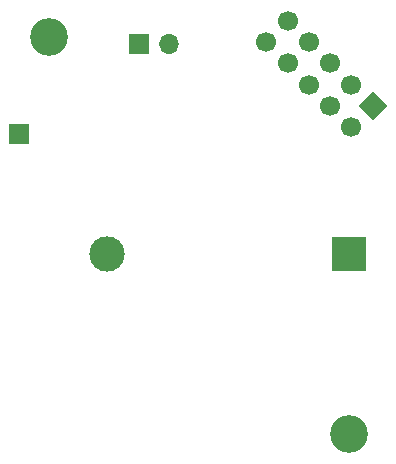
<source format=gbr>
%TF.GenerationSoftware,KiCad,Pcbnew,6.0.9-8da3e8f707~117~ubuntu22.04.1*%
%TF.CreationDate,2022-11-29T09:47:06-05:00*%
%TF.ProjectId,RFTransmitterV3,52465472-616e-4736-9d69-747465725633,rev?*%
%TF.SameCoordinates,Original*%
%TF.FileFunction,Soldermask,Bot*%
%TF.FilePolarity,Negative*%
%FSLAX46Y46*%
G04 Gerber Fmt 4.6, Leading zero omitted, Abs format (unit mm)*
G04 Created by KiCad (PCBNEW 6.0.9-8da3e8f707~117~ubuntu22.04.1) date 2022-11-29 09:47:06*
%MOMM*%
%LPD*%
G01*
G04 APERTURE LIST*
G04 Aperture macros list*
%AMHorizOval*
0 Thick line with rounded ends*
0 $1 width*
0 $2 $3 position (X,Y) of the first rounded end (center of the circle)*
0 $4 $5 position (X,Y) of the second rounded end (center of the circle)*
0 Add line between two ends*
20,1,$1,$2,$3,$4,$5,0*
0 Add two circle primitives to create the rounded ends*
1,1,$1,$2,$3*
1,1,$1,$4,$5*%
%AMRotRect*
0 Rectangle, with rotation*
0 The origin of the aperture is its center*
0 $1 length*
0 $2 width*
0 $3 Rotation angle, in degrees counterclockwise*
0 Add horizontal line*
21,1,$1,$2,0,0,$3*%
G04 Aperture macros list end*
%ADD10C,3.200000*%
%ADD11RotRect,1.700000X1.700000X225.000000*%
%ADD12HorizOval,1.700000X0.000000X0.000000X0.000000X0.000000X0*%
%ADD13R,1.700000X1.700000*%
%ADD14O,1.700000X1.700000*%
%ADD15R,3.000000X3.000000*%
%ADD16C,3.000000*%
G04 APERTURE END LIST*
D10*
%TO.C,REF\u002A\u002A*%
X149860000Y-101600000D03*
%TD*%
%TO.C,REF\u002A\u002A*%
X124460000Y-67945000D03*
%TD*%
D11*
%TO.C,PROG*%
X151810129Y-73807006D03*
D12*
X150014078Y-75603057D03*
X150014078Y-72010955D03*
X148218027Y-73807006D03*
X148218027Y-70214904D03*
X146421975Y-72010955D03*
X146421975Y-68418852D03*
X144625924Y-70214904D03*
X144625924Y-66622801D03*
X142829873Y-68418852D03*
%TD*%
D13*
%TO.C,J3*%
X132080000Y-68580000D03*
D14*
X134620000Y-68580000D03*
%TD*%
D13*
%TO.C,AE1*%
X121920000Y-76200000D03*
%TD*%
D15*
%TO.C,BT1*%
X149860000Y-86360000D03*
D16*
X129370000Y-86360000D03*
%TD*%
M02*

</source>
